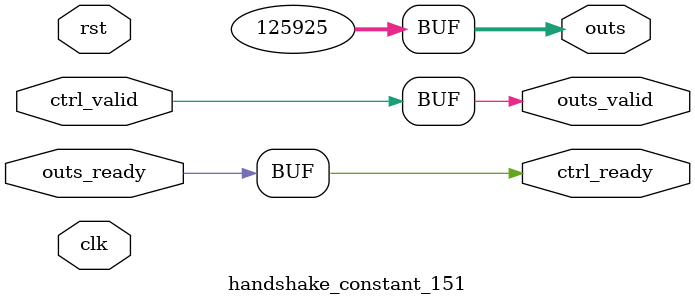
<source format=v>
`timescale 1ns / 1ps
module handshake_constant_151 #(
  parameter DATA_WIDTH = 32  // Default set to 32 bits
) (
  input                       clk,
  input                       rst,
  // Input Channel
  input                       ctrl_valid,
  output                      ctrl_ready,
  // Output Channel
  output [DATA_WIDTH - 1 : 0] outs,
  output                      outs_valid,
  input                       outs_ready
);
  assign outs       = 17'b11110101111100101;
  assign outs_valid = ctrl_valid;
  assign ctrl_ready = outs_ready;

endmodule

</source>
